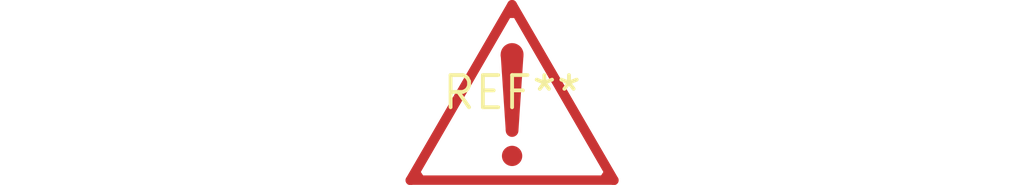
<source format=kicad_pcb>
(kicad_pcb (version 20240108) (generator pcbnew)
  (layers (0 "F.Cu" signal) (31 "B.Cu" signal) (34 "B.Paste" user) (35 "F.Paste" user) (36 "B.SilkS" user "B.Silkscreen") (37 "F.SilkS" user "F.Silkscreen") (38 "B.Mask" user) (39 "F.Mask" user) (44 "Edge.Cuts" user))
  (net 0 "")
  (footprint "Symbol_Attention_Triangle_8x7mm_Copper" (layer "F.Cu") (at 0 0)
    (property "Reference" "REF**")
    (property "Value" "Symbol_Attention_Triangle_8x7mm_Copper")
    (fp_line (start -4 3.46) (end 0 -3.46) (layer "F.Cu") (stroke (width 0.381)))
    (fp_line (start -3.51 3.44) (end -3.776322 3.030736) (layer "F.Cu") (stroke (width 0.2)))
    (fp_line (start -0.15 -3.04) (end 0.16 -3.04) (layer "F.Cu") (stroke (width 0.2)))
    (fp_line (start 0 -3.46) (end 4 3.46) (layer "F.Cu") (stroke (width 0.381)))
    (fp_line (start 3.51 3.44) (end 3.776322 3.030736) (layer "F.Cu") (stroke (width 0.2)))
    (fp_line (start 4 3.46) (end -4 3.46) (layer "F.Cu") (stroke (width 0.381)))
    (fp_circle (center 0 -1.5) (end 0.45 -1.5) (layer "F.Cu") (fill solid))
    (fp_circle (center 0 1.5) (end 0.25 1.5) (layer "F.Cu") (fill solid))
    (fp_circle (center 0 2.5) (end 0.4 2.5) (layer "F.Cu") (fill solid))
    (fp_poly (pts (xy -0.25 1.5) (xy 0.25 1.5) (xy 0.45 -1.5) (xy -0.45 -1.5)) (layer "F.Cu") (fill solid))
  )
)
</source>
